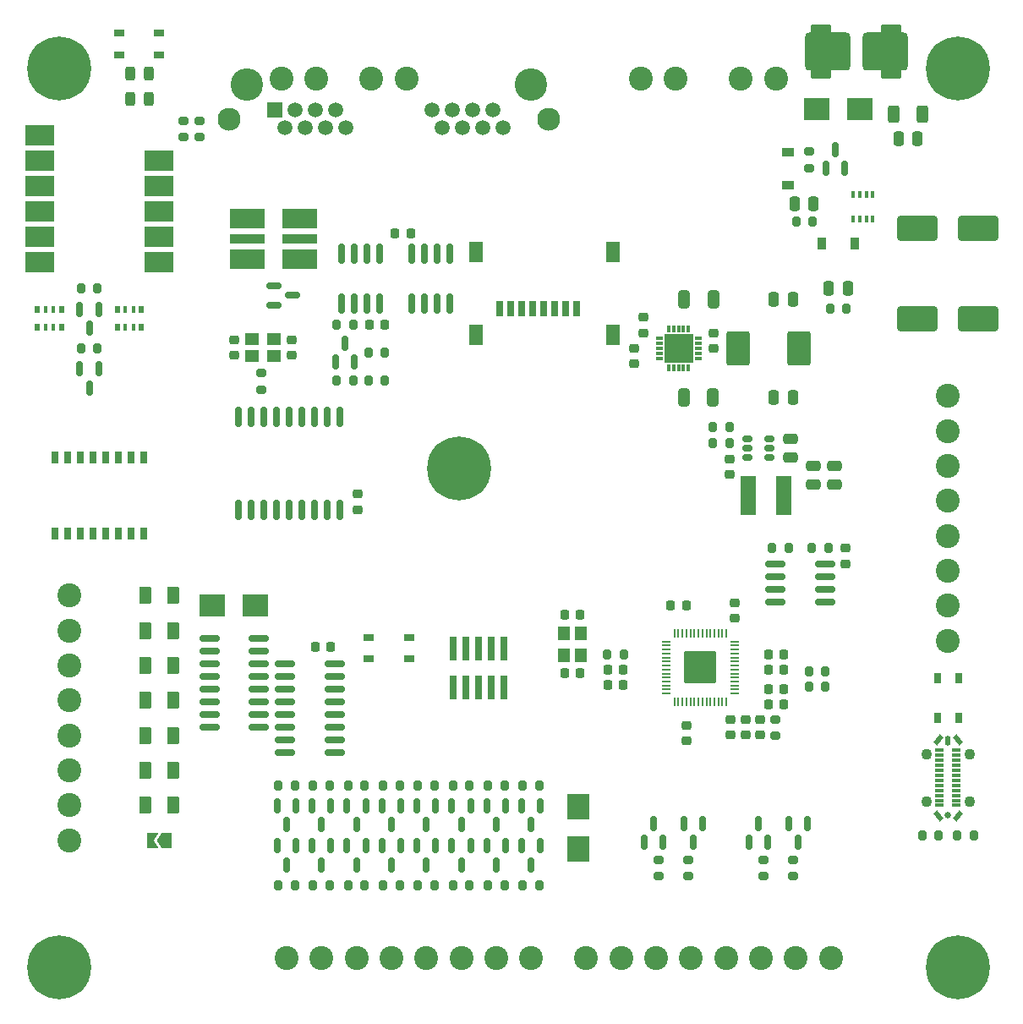
<source format=gbr>
%TF.GenerationSoftware,KiCad,Pcbnew,6.0.4-6f826c9f35~116~ubuntu20.04.1*%
%TF.CreationDate,2022-04-11T11:12:28+02:00*%
%TF.ProjectId,canbrd,63616e62-7264-42e6-9b69-6361645f7063,1.1*%
%TF.SameCoordinates,Original*%
%TF.FileFunction,Soldermask,Top*%
%TF.FilePolarity,Negative*%
%FSLAX46Y46*%
G04 Gerber Fmt 4.6, Leading zero omitted, Abs format (unit mm)*
G04 Created by KiCad (PCBNEW 6.0.4-6f826c9f35~116~ubuntu20.04.1) date 2022-04-11 11:12:28*
%MOMM*%
%LPD*%
G01*
G04 APERTURE LIST*
G04 Aperture macros list*
%AMRoundRect*
0 Rectangle with rounded corners*
0 $1 Rounding radius*
0 $2 $3 $4 $5 $6 $7 $8 $9 X,Y pos of 4 corners*
0 Add a 4 corners polygon primitive as box body*
4,1,4,$2,$3,$4,$5,$6,$7,$8,$9,$2,$3,0*
0 Add four circle primitives for the rounded corners*
1,1,$1+$1,$2,$3*
1,1,$1+$1,$4,$5*
1,1,$1+$1,$6,$7*
1,1,$1+$1,$8,$9*
0 Add four rect primitives between the rounded corners*
20,1,$1+$1,$2,$3,$4,$5,0*
20,1,$1+$1,$4,$5,$6,$7,0*
20,1,$1+$1,$6,$7,$8,$9,0*
20,1,$1+$1,$8,$9,$2,$3,0*%
%AMRotRect*
0 Rectangle, with rotation*
0 The origin of the aperture is its center*
0 $1 length*
0 $2 width*
0 $3 Rotation angle, in degrees counterclockwise*
0 Add horizontal line*
21,1,$1,$2,0,0,$3*%
%AMFreePoly0*
4,1,6,1.000000,0.000000,0.500000,-0.750000,-0.500000,-0.750000,-0.500000,0.750000,0.500000,0.750000,1.000000,0.000000,1.000000,0.000000,$1*%
%AMFreePoly1*
4,1,6,0.500000,-0.750000,-0.650000,-0.750000,-0.150000,0.000000,-0.650000,0.750000,0.500000,0.750000,0.500000,-0.750000,0.500000,-0.750000,$1*%
G04 Aperture macros list end*
%ADD10C,0.010000*%
%ADD11R,0.800000X1.500000*%
%ADD12R,1.450000X2.000000*%
%ADD13RoundRect,0.200000X-0.275000X0.200000X-0.275000X-0.200000X0.275000X-0.200000X0.275000X0.200000X0*%
%ADD14RoundRect,0.150000X-0.150000X0.587500X-0.150000X-0.587500X0.150000X-0.587500X0.150000X0.587500X0*%
%ADD15RoundRect,0.200000X0.200000X0.275000X-0.200000X0.275000X-0.200000X-0.275000X0.200000X-0.275000X0*%
%ADD16RoundRect,0.250000X0.250000X0.475000X-0.250000X0.475000X-0.250000X-0.475000X0.250000X-0.475000X0*%
%ADD17RoundRect,0.225000X-0.225000X-0.250000X0.225000X-0.250000X0.225000X0.250000X-0.225000X0.250000X0*%
%ADD18RoundRect,0.250000X0.375000X0.625000X-0.375000X0.625000X-0.375000X-0.625000X0.375000X-0.625000X0*%
%ADD19RoundRect,0.225000X0.225000X0.250000X-0.225000X0.250000X-0.225000X-0.250000X0.225000X-0.250000X0*%
%ADD20RoundRect,0.225000X-0.250000X0.225000X-0.250000X-0.225000X0.250000X-0.225000X0.250000X0.225000X0*%
%ADD21RoundRect,0.235000X-0.940000X-1.465000X0.940000X-1.465000X0.940000X1.465000X-0.940000X1.465000X0*%
%ADD22R,1.200000X1.400000*%
%ADD23RoundRect,0.150000X0.150000X-0.587500X0.150000X0.587500X-0.150000X0.587500X-0.150000X-0.587500X0*%
%ADD24RoundRect,0.200000X-0.200000X-0.275000X0.200000X-0.275000X0.200000X0.275000X-0.200000X0.275000X0*%
%ADD25C,2.400000*%
%ADD26RoundRect,0.150000X0.150000X-0.825000X0.150000X0.825000X-0.150000X0.825000X-0.150000X-0.825000X0*%
%ADD27R,1.000000X0.700000*%
%ADD28RoundRect,0.150000X-0.825000X-0.150000X0.825000X-0.150000X0.825000X0.150000X-0.825000X0.150000X0*%
%ADD29RoundRect,0.250000X-0.325000X-0.650000X0.325000X-0.650000X0.325000X0.650000X-0.325000X0.650000X0*%
%ADD30RoundRect,0.250000X-0.475000X0.250000X-0.475000X-0.250000X0.475000X-0.250000X0.475000X0.250000X0*%
%ADD31RoundRect,0.225000X0.250000X-0.225000X0.250000X0.225000X-0.250000X0.225000X-0.250000X-0.225000X0*%
%ADD32C,0.800000*%
%ADD33C,6.400000*%
%ADD34R,0.500000X0.800000*%
%ADD35R,0.400000X0.800000*%
%ADD36RoundRect,0.250000X-1.750000X-1.000000X1.750000X-1.000000X1.750000X1.000000X-1.750000X1.000000X0*%
%ADD37R,1.400000X1.200000*%
%ADD38RoundRect,0.250000X-0.250000X-0.475000X0.250000X-0.475000X0.250000X0.475000X-0.250000X0.475000X0*%
%ADD39R,0.740000X2.400000*%
%ADD40RoundRect,0.175000X0.325000X0.175000X-0.325000X0.175000X-0.325000X-0.175000X0.325000X-0.175000X0*%
%ADD41R,1.500000X4.000000*%
%ADD42R,2.300000X2.500000*%
%ADD43RoundRect,0.250000X0.475000X-0.250000X0.475000X0.250000X-0.475000X0.250000X-0.475000X-0.250000X0*%
%ADD44RoundRect,0.250000X-0.312500X-0.625000X0.312500X-0.625000X0.312500X0.625000X-0.312500X0.625000X0*%
%ADD45RoundRect,0.150000X0.825000X0.150000X-0.825000X0.150000X-0.825000X-0.150000X0.825000X-0.150000X0*%
%ADD46FreePoly0,180.000000*%
%ADD47FreePoly1,180.000000*%
%ADD48R,3.000000X2.000000*%
%ADD49R,0.760000X1.270000*%
%ADD50RoundRect,0.150000X-0.587500X-0.150000X0.587500X-0.150000X0.587500X0.150000X-0.587500X0.150000X0*%
%ADD51R,0.900000X1.200000*%
%ADD52R,2.500000X2.300000*%
%ADD53O,0.580000X1.000000*%
%ADD54C,0.660000*%
%ADD55R,0.890000X0.300000*%
%ADD56C,1.100000*%
%ADD57RotRect,1.030000X0.500000X51.000000*%
%ADD58RotRect,1.030000X0.500000X129.000000*%
%ADD59RoundRect,0.200000X0.275000X-0.200000X0.275000X0.200000X-0.275000X0.200000X-0.275000X-0.200000X0*%
%ADD60R,1.200000X0.900000*%
%ADD61RoundRect,0.250001X-0.799999X-2.474999X0.799999X-2.474999X0.799999X2.474999X-0.799999X2.474999X0*%
%ADD62RoundRect,0.381000X-1.869000X-1.524000X1.869000X-1.524000X1.869000X1.524000X-1.869000X1.524000X0*%
%ADD63R,0.400000X0.650000*%
%ADD64C,3.250000*%
%ADD65R,1.500000X1.500000*%
%ADD66C,1.500000*%
%ADD67C,2.300000*%
%ADD68R,0.700000X1.000000*%
%ADD69R,0.300000X0.650000*%
%ADD70R,0.650000X0.300000*%
%ADD71R,2.850000X2.850000*%
%ADD72RoundRect,0.243750X-0.243750X-0.456250X0.243750X-0.456250X0.243750X0.456250X-0.243750X0.456250X0*%
%ADD73RoundRect,0.150000X-0.150000X0.875000X-0.150000X-0.875000X0.150000X-0.875000X0.150000X0.875000X0*%
%ADD74RoundRect,0.050000X-0.050000X0.387500X-0.050000X-0.387500X0.050000X-0.387500X0.050000X0.387500X0*%
%ADD75RoundRect,0.050000X-0.387500X0.050000X-0.387500X-0.050000X0.387500X-0.050000X0.387500X0.050000X0*%
%ADD76RoundRect,0.144000X-1.456000X1.456000X-1.456000X-1.456000X1.456000X-1.456000X1.456000X1.456000X0*%
G04 APERTURE END LIST*
%TO.C,D1*%
G36*
X125500070Y-72400017D02*
G01*
X122100000Y-72400017D01*
X122100000Y-71600000D01*
X125500070Y-71600000D01*
X125500070Y-72400017D01*
G37*
D10*
X125500070Y-72400017D02*
X122100000Y-72400017D01*
X122100000Y-71600000D01*
X125500070Y-71600000D01*
X125500070Y-72400017D01*
G36*
X125501170Y-70899240D02*
G01*
X122100000Y-70899240D01*
X122100000Y-69050000D01*
X125501170Y-69050000D01*
X125501170Y-70899240D01*
G37*
X125501170Y-70899240D02*
X122100000Y-70899240D01*
X122100000Y-69050000D01*
X125501170Y-69050000D01*
X125501170Y-70899240D01*
G36*
X125501410Y-74952440D02*
G01*
X122100000Y-74952440D01*
X122100000Y-73100000D01*
X125501410Y-73100000D01*
X125501410Y-74952440D01*
G37*
X125501410Y-74952440D02*
X122100000Y-74952440D01*
X122100000Y-73100000D01*
X125501410Y-73100000D01*
X125501410Y-74952440D01*
%TO.C,D2*%
G36*
X130701410Y-74952440D02*
G01*
X127300000Y-74952440D01*
X127300000Y-73100000D01*
X130701410Y-73100000D01*
X130701410Y-74952440D01*
G37*
X130701410Y-74952440D02*
X127300000Y-74952440D01*
X127300000Y-73100000D01*
X130701410Y-73100000D01*
X130701410Y-74952440D01*
G36*
X130701170Y-70899240D02*
G01*
X127300000Y-70899240D01*
X127300000Y-69050000D01*
X130701170Y-69050000D01*
X130701170Y-70899240D01*
G37*
X130701170Y-70899240D02*
X127300000Y-70899240D01*
X127300000Y-69050000D01*
X130701170Y-69050000D01*
X130701170Y-70899240D01*
G36*
X130700070Y-72400017D02*
G01*
X127300000Y-72400017D01*
X127300000Y-71600000D01*
X130700070Y-71600000D01*
X130700070Y-72400017D01*
G37*
X130700070Y-72400017D02*
X127300000Y-72400017D01*
X127300000Y-71600000D01*
X130700070Y-71600000D01*
X130700070Y-72400017D01*
%TD*%
D11*
%TO.C,J2*%
X156800000Y-79000000D03*
X155700000Y-79000000D03*
X154600000Y-79000000D03*
X153500000Y-79000000D03*
X152400000Y-79000000D03*
X151300000Y-79000000D03*
X150200000Y-79000000D03*
X149100000Y-79000000D03*
D12*
X160475000Y-81600000D03*
X146725000Y-81600000D03*
X146725000Y-73300000D03*
X160475000Y-73300000D03*
%TD*%
D13*
%TO.C,R35*%
X178500000Y-134175000D03*
X178500000Y-135825000D03*
%TD*%
D14*
%TO.C,D13*%
X149700000Y-132812500D03*
X147800000Y-132812500D03*
X148750000Y-134687500D03*
%TD*%
D15*
%TO.C,R28*%
X149575000Y-126750000D03*
X147925000Y-126750000D03*
%TD*%
D16*
%TO.C,C31*%
X178458035Y-78100000D03*
X176558035Y-78100000D03*
%TD*%
D17*
%TO.C,C2*%
X176025000Y-113650000D03*
X177575000Y-113650000D03*
%TD*%
D18*
%TO.C,F7*%
X116400000Y-128750000D03*
X113600000Y-128750000D03*
%TD*%
D14*
%TO.C,Q9*%
X149700000Y-128812500D03*
X147800000Y-128812500D03*
X148750000Y-130687500D03*
%TD*%
D19*
%TO.C,C8*%
X161475000Y-115150000D03*
X159925000Y-115150000D03*
%TD*%
%TO.C,C9*%
X167775000Y-108700000D03*
X166225000Y-108700000D03*
%TD*%
D15*
%TO.C,R4*%
X178025000Y-102950000D03*
X176375000Y-102950000D03*
%TD*%
D20*
%TO.C,C6*%
X172200000Y-120175000D03*
X172200000Y-121725000D03*
%TD*%
D17*
%TO.C,C15*%
X155625000Y-115500000D03*
X157175000Y-115500000D03*
%TD*%
D19*
%TO.C,C3*%
X161475000Y-116650000D03*
X159925000Y-116650000D03*
%TD*%
D15*
%TO.C,R42*%
X196575000Y-131750000D03*
X194925000Y-131750000D03*
%TD*%
D21*
%TO.C,L1*%
X172983035Y-83000000D03*
X179033035Y-83000000D03*
%TD*%
D22*
%TO.C,Y1*%
X157250000Y-113700000D03*
X157250000Y-111500000D03*
X155550000Y-111500000D03*
X155550000Y-113700000D03*
%TD*%
D23*
%TO.C,D14*%
X174050000Y-132437500D03*
X175950000Y-132437500D03*
X175000000Y-130562500D03*
%TD*%
D24*
%TO.C,R19*%
X140925000Y-136750000D03*
X142575000Y-136750000D03*
%TD*%
%TO.C,R22*%
X130425000Y-136750000D03*
X132075000Y-136750000D03*
%TD*%
%TO.C,R14*%
X107175000Y-83000000D03*
X108825000Y-83000000D03*
%TD*%
%TO.C,R27*%
X133925000Y-136750000D03*
X135575000Y-136750000D03*
%TD*%
D25*
%TO.C,J11*%
X127750000Y-144000000D03*
X131250000Y-144000000D03*
X134750000Y-144000000D03*
X138250000Y-144000000D03*
X141750000Y-144000000D03*
X145250000Y-144000000D03*
X148750000Y-144000000D03*
X152250000Y-144000000D03*
%TD*%
D20*
%TO.C,C29*%
X170508035Y-81450000D03*
X170508035Y-83000000D03*
%TD*%
D26*
%TO.C,U3*%
X133295000Y-78475000D03*
X134565000Y-78475000D03*
X135835000Y-78475000D03*
X137105000Y-78475000D03*
X137105000Y-73525000D03*
X135835000Y-73525000D03*
X134565000Y-73525000D03*
X133295000Y-73525000D03*
%TD*%
D24*
%TO.C,R3*%
X180075000Y-116900000D03*
X181725000Y-116900000D03*
%TD*%
D27*
%TO.C,SW2*%
X140000000Y-111925000D03*
X136000000Y-111925000D03*
X136000000Y-114075000D03*
X140000000Y-114075000D03*
%TD*%
D14*
%TO.C,D15*%
X139200000Y-132812500D03*
X137300000Y-132812500D03*
X138250000Y-134687500D03*
%TD*%
%TO.C,Q11*%
X153200000Y-128812500D03*
X151300000Y-128812500D03*
X152250000Y-130687500D03*
%TD*%
D24*
%TO.C,R2*%
X180075000Y-115300000D03*
X181725000Y-115300000D03*
%TD*%
D28*
%TO.C,U7*%
X127625000Y-114555000D03*
X127625000Y-115825000D03*
X127625000Y-117095000D03*
X127625000Y-118365000D03*
X127625000Y-119635000D03*
X127625000Y-120905000D03*
X127625000Y-122175000D03*
X127625000Y-123445000D03*
X132575000Y-123445000D03*
X132575000Y-122175000D03*
X132575000Y-120905000D03*
X132575000Y-119635000D03*
X132575000Y-118365000D03*
X132575000Y-117095000D03*
X132575000Y-115825000D03*
X132575000Y-114555000D03*
%TD*%
D29*
%TO.C,C27*%
X167533035Y-78100000D03*
X170483035Y-78100000D03*
%TD*%
D30*
%TO.C,C35*%
X178200000Y-92050001D03*
X178200000Y-93950001D03*
%TD*%
D25*
%TO.C,J8*%
X194000000Y-112250000D03*
X194000000Y-108750000D03*
X194000000Y-105250000D03*
X194000000Y-101750000D03*
X194000000Y-98250000D03*
X194000000Y-94750000D03*
X194000000Y-91250000D03*
X194000000Y-87750000D03*
%TD*%
D24*
%TO.C,R6*%
X159875000Y-113650000D03*
X161525000Y-113650000D03*
%TD*%
D31*
%TO.C,C10*%
X172600000Y-110025000D03*
X172600000Y-108475000D03*
%TD*%
D18*
%TO.C,F2*%
X116400000Y-111250000D03*
X113600000Y-111250000D03*
%TD*%
D32*
%TO.C,H1*%
X106697056Y-56697056D03*
X107400000Y-55000000D03*
X103302944Y-53302944D03*
X102600000Y-55000000D03*
X103302944Y-56697056D03*
D33*
X105000000Y-55000000D03*
D32*
X105000000Y-57400000D03*
X105000000Y-52600000D03*
X106697056Y-53302944D03*
%TD*%
D14*
%TO.C,D16*%
X153200000Y-132812500D03*
X151300000Y-132812500D03*
X152250000Y-134687500D03*
%TD*%
D13*
%TO.C,R20*%
X165000000Y-134175000D03*
X165000000Y-135825000D03*
%TD*%
D15*
%TO.C,R37*%
X183825000Y-79000000D03*
X182175000Y-79000000D03*
%TD*%
D34*
%TO.C,RN2*%
X110800000Y-80900000D03*
D35*
X111600000Y-80900000D03*
X112400000Y-80900000D03*
D34*
X113200000Y-80900000D03*
X113200000Y-79100000D03*
D35*
X112400000Y-79100000D03*
X111600000Y-79100000D03*
D34*
X110800000Y-79100000D03*
%TD*%
D15*
%TO.C,R33*%
X153075000Y-126750000D03*
X151425000Y-126750000D03*
%TD*%
D19*
%TO.C,C14*%
X157175000Y-109700000D03*
X155625000Y-109700000D03*
%TD*%
D25*
%TO.C,J7*%
X139750000Y-56000000D03*
X136250000Y-56000000D03*
%TD*%
D14*
%TO.C,Q4*%
X128700000Y-128812500D03*
X126800000Y-128812500D03*
X127750000Y-130687500D03*
%TD*%
D24*
%TO.C,R7*%
X132775000Y-86200000D03*
X134425000Y-86200000D03*
%TD*%
D15*
%TO.C,R40*%
X172125000Y-90900000D03*
X170475000Y-90900000D03*
%TD*%
%TO.C,R23*%
X146075000Y-126750000D03*
X144425000Y-126750000D03*
%TD*%
D25*
%TO.C,J3*%
X166750000Y-56000000D03*
X163250000Y-56000000D03*
%TD*%
D36*
%TO.C,C23*%
X190950000Y-71000000D03*
X197050000Y-71000000D03*
%TD*%
D14*
%TO.C,Q5*%
X142700000Y-128812500D03*
X140800000Y-128812500D03*
X141750000Y-130687500D03*
%TD*%
D24*
%TO.C,R41*%
X191425000Y-131750000D03*
X193075000Y-131750000D03*
%TD*%
%TO.C,R39*%
X170475000Y-92500000D03*
X172125000Y-92500000D03*
%TD*%
D25*
%TO.C,J6*%
X130750000Y-56000000D03*
X127250000Y-56000000D03*
%TD*%
D36*
%TO.C,C24*%
X190950000Y-80000000D03*
X197050000Y-80000000D03*
%TD*%
D15*
%TO.C,R16*%
X128575000Y-126750000D03*
X126925000Y-126750000D03*
%TD*%
D24*
%TO.C,R17*%
X126925000Y-136750000D03*
X128575000Y-136750000D03*
%TD*%
D34*
%TO.C,RN1*%
X102800000Y-80900000D03*
D35*
X103600000Y-80900000D03*
X104400000Y-80900000D03*
D34*
X105200000Y-80900000D03*
X105200000Y-79100000D03*
D35*
X104400000Y-79100000D03*
X103600000Y-79100000D03*
D34*
X102800000Y-79100000D03*
%TD*%
D24*
%TO.C,R10*%
X135975000Y-86200000D03*
X137625000Y-86200000D03*
%TD*%
D18*
%TO.C,F5*%
X116400000Y-121750000D03*
X113600000Y-121750000D03*
%TD*%
D37*
%TO.C,Y2*%
X124300000Y-83750000D03*
X126500000Y-83750000D03*
X126500000Y-82050000D03*
X124300000Y-82050000D03*
%TD*%
D16*
%TO.C,C26*%
X180550000Y-68500000D03*
X178650000Y-68500000D03*
%TD*%
D26*
%TO.C,U5*%
X140295000Y-78475000D03*
X141565000Y-78475000D03*
X142835000Y-78475000D03*
X144105000Y-78475000D03*
X144105000Y-73525000D03*
X142835000Y-73525000D03*
X141565000Y-73525000D03*
X140295000Y-73525000D03*
%TD*%
D20*
%TO.C,C32*%
X162600000Y-83000000D03*
X162600000Y-84550000D03*
%TD*%
%TO.C,C17*%
X122500000Y-82125000D03*
X122500000Y-83675000D03*
%TD*%
D14*
%TO.C,D17*%
X179950000Y-130562500D03*
X178050000Y-130562500D03*
X179000000Y-132437500D03*
%TD*%
D25*
%TO.C,J4*%
X176750000Y-56000000D03*
X173250000Y-56000000D03*
%TD*%
D31*
%TO.C,C16*%
X128300000Y-83675000D03*
X128300000Y-82125000D03*
%TD*%
D13*
%TO.C,R25*%
X168000000Y-134175000D03*
X168000000Y-135825000D03*
%TD*%
D20*
%TO.C,C34*%
X172100000Y-94075000D03*
X172100000Y-95625000D03*
%TD*%
D24*
%TO.C,R5*%
X180375000Y-102950000D03*
X182025000Y-102950000D03*
%TD*%
D38*
%TO.C,C22*%
X189050000Y-62000000D03*
X190950000Y-62000000D03*
%TD*%
D14*
%TO.C,Q2*%
X108950000Y-79062500D03*
X107050000Y-79062500D03*
X108000000Y-80937500D03*
%TD*%
D39*
%TO.C,J1*%
X149540000Y-113050000D03*
X149540000Y-116950000D03*
X148270000Y-113050000D03*
X148270000Y-116950000D03*
X147000000Y-113050000D03*
X147000000Y-116950000D03*
X145730000Y-113050000D03*
X145730000Y-116950000D03*
X144460000Y-113050000D03*
X144460000Y-116950000D03*
%TD*%
D14*
%TO.C,D9*%
X132200000Y-132812500D03*
X130300000Y-132812500D03*
X131250000Y-134687500D03*
%TD*%
D16*
%TO.C,C30*%
X178458035Y-87900000D03*
X176558035Y-87900000D03*
%TD*%
D19*
%TO.C,C21*%
X132175000Y-112900000D03*
X130625000Y-112900000D03*
%TD*%
D29*
%TO.C,C28*%
X167525000Y-87900000D03*
X170475000Y-87900000D03*
%TD*%
D32*
%TO.C,H2*%
X193302944Y-56697056D03*
D33*
X195000000Y-55000000D03*
D32*
X195000000Y-57400000D03*
X196697056Y-53302944D03*
X197400000Y-55000000D03*
X195000000Y-52600000D03*
X192600000Y-55000000D03*
X196697056Y-56697056D03*
X193302944Y-53302944D03*
%TD*%
D40*
%TO.C,U10*%
X176100000Y-93950000D03*
X176100000Y-93000000D03*
X176100000Y-92050000D03*
X173900000Y-92050000D03*
X173900000Y-93000000D03*
X173900000Y-93950000D03*
%TD*%
D41*
%TO.C,L2*%
X173950000Y-97700000D03*
X177550000Y-97700000D03*
%TD*%
D42*
%TO.C,D18*%
X157000000Y-128850000D03*
X157000000Y-133150000D03*
%TD*%
D43*
%TO.C,C36*%
X180500000Y-96650000D03*
X180500000Y-94750000D03*
%TD*%
D14*
%TO.C,D6*%
X128700000Y-132812500D03*
X126800000Y-132812500D03*
X127750000Y-134687500D03*
%TD*%
D13*
%TO.C,R11*%
X125200000Y-85475000D03*
X125200000Y-87125000D03*
%TD*%
D25*
%TO.C,J9*%
X106000000Y-107750000D03*
X106000000Y-111250000D03*
X106000000Y-114750000D03*
X106000000Y-118250000D03*
X106000000Y-121750000D03*
X106000000Y-125250000D03*
X106000000Y-128750000D03*
X106000000Y-132250000D03*
%TD*%
D32*
%TO.C,H3*%
X142600000Y-95000000D03*
X147400000Y-95000000D03*
X145000000Y-97400000D03*
X143302944Y-93302944D03*
X143302944Y-96697056D03*
D33*
X145000000Y-95000000D03*
D32*
X146697056Y-93302944D03*
X146697056Y-96697056D03*
X145000000Y-92600000D03*
%TD*%
D20*
%TO.C,C12*%
X173700000Y-120175000D03*
X173700000Y-121725000D03*
%TD*%
D15*
%TO.C,R8*%
X134425000Y-80600000D03*
X132775000Y-80600000D03*
%TD*%
D31*
%TO.C,C13*%
X183700000Y-104550000D03*
X183700000Y-103000000D03*
%TD*%
D44*
%TO.C,RV1*%
X188537500Y-59500000D03*
X191462500Y-59500000D03*
%TD*%
D45*
%TO.C,U8*%
X124975000Y-120945000D03*
X124975000Y-119675000D03*
X124975000Y-118405000D03*
X124975000Y-117135000D03*
X124975000Y-115865000D03*
X124975000Y-114595000D03*
X124975000Y-113325000D03*
X124975000Y-112055000D03*
X120025000Y-112055000D03*
X120025000Y-113325000D03*
X120025000Y-114595000D03*
X120025000Y-115865000D03*
X120025000Y-117135000D03*
X120025000Y-118405000D03*
X120025000Y-119675000D03*
X120025000Y-120945000D03*
%TD*%
D31*
%TO.C,C18*%
X134850000Y-99125000D03*
X134850000Y-97575000D03*
%TD*%
D46*
%TO.C,JP9*%
X115725000Y-132250000D03*
D47*
X114275000Y-132250000D03*
%TD*%
D48*
%TO.C,U6*%
X103000000Y-61650000D03*
X103000000Y-64190000D03*
X103000000Y-66730000D03*
X103000000Y-69270000D03*
X103000000Y-71810000D03*
X103000000Y-74350000D03*
X115000000Y-74350000D03*
X115000000Y-71810000D03*
X115000000Y-69270000D03*
X115000000Y-66730000D03*
X115000000Y-64190000D03*
%TD*%
D19*
%TO.C,C20*%
X140175000Y-71500000D03*
X138625000Y-71500000D03*
%TD*%
D18*
%TO.C,F3*%
X116400000Y-114750000D03*
X113600000Y-114750000D03*
%TD*%
D20*
%TO.C,C7*%
X167800000Y-120718224D03*
X167800000Y-122268224D03*
%TD*%
D15*
%TO.C,R26*%
X135575000Y-126750000D03*
X133925000Y-126750000D03*
%TD*%
D49*
%TO.C,SW3*%
X104555000Y-101510000D03*
X105825000Y-101510000D03*
X107095000Y-101510000D03*
X108365000Y-101510000D03*
X109635000Y-101510000D03*
X110905000Y-101510000D03*
X112175000Y-101510000D03*
X113445000Y-101510000D03*
X113445000Y-93890000D03*
X112175000Y-93890000D03*
X110905000Y-93890000D03*
X109635000Y-93890000D03*
X108365000Y-93890000D03*
X107095000Y-93890000D03*
X105825000Y-93890000D03*
X104555000Y-93890000D03*
%TD*%
D23*
%TO.C,Q13*%
X181750000Y-64937500D03*
X183650000Y-64937500D03*
X182700000Y-63062500D03*
%TD*%
D14*
%TO.C,D12*%
X135700000Y-132812500D03*
X133800000Y-132812500D03*
X134750000Y-134687500D03*
%TD*%
D24*
%TO.C,R9*%
X135975000Y-83400000D03*
X137625000Y-83400000D03*
%TD*%
D50*
%TO.C,D3*%
X126462500Y-76750000D03*
X126462500Y-78650000D03*
X128337500Y-77700000D03*
%TD*%
D17*
%TO.C,C19*%
X136025000Y-80600000D03*
X137575000Y-80600000D03*
%TD*%
D51*
%TO.C,D20*%
X184650000Y-72500000D03*
X181350000Y-72500000D03*
%TD*%
D52*
%TO.C,D21*%
X180850000Y-59000000D03*
X185150000Y-59000000D03*
%TD*%
D14*
%TO.C,D10*%
X146200000Y-132812500D03*
X144300000Y-132812500D03*
X145250000Y-134687500D03*
%TD*%
D17*
%TO.C,C4*%
X176025000Y-118650000D03*
X177575000Y-118650000D03*
%TD*%
D53*
%TO.C,J10*%
X194000000Y-122250000D03*
D54*
X194000000Y-129750000D03*
D55*
X193150000Y-128750000D03*
X193150000Y-128250000D03*
X193150000Y-127750000D03*
X193150000Y-127250000D03*
X193150000Y-126750000D03*
X193150000Y-126250000D03*
X193150000Y-125750000D03*
X193150000Y-125250000D03*
X193150000Y-124750000D03*
X193150000Y-124250000D03*
X193150000Y-123750000D03*
X193150000Y-123250000D03*
X194850000Y-123250000D03*
X194850000Y-123750000D03*
X194850000Y-124250000D03*
X194850000Y-124750000D03*
X194850000Y-125250000D03*
X194850000Y-125750000D03*
X194850000Y-126250000D03*
X194850000Y-126750000D03*
X194850000Y-127250000D03*
X194850000Y-127750000D03*
X194850000Y-128250000D03*
X194850000Y-128750000D03*
D56*
X196150000Y-128400000D03*
X191850000Y-123600000D03*
D57*
X193000000Y-122200000D03*
D58*
X195000000Y-122200000D03*
D57*
X195000000Y-129800000D03*
D56*
X191850000Y-128400000D03*
X196150000Y-123600000D03*
D58*
X193000000Y-129800000D03*
%TD*%
D17*
%TO.C,C1*%
X176025000Y-117150000D03*
X177575000Y-117150000D03*
%TD*%
D13*
%TO.C,R30*%
X175500000Y-134175000D03*
X175500000Y-135825000D03*
%TD*%
D18*
%TO.C,F6*%
X116400000Y-125250000D03*
X113600000Y-125250000D03*
%TD*%
%TO.C,F4*%
X116400000Y-118250000D03*
X113600000Y-118250000D03*
%TD*%
D14*
%TO.C,Q6*%
X132200000Y-128812500D03*
X130300000Y-128812500D03*
X131250000Y-130687500D03*
%TD*%
%TO.C,Q3*%
X108950000Y-85062500D03*
X107050000Y-85062500D03*
X108000000Y-86937500D03*
%TD*%
D15*
%TO.C,R18*%
X142575000Y-126750000D03*
X140925000Y-126750000D03*
%TD*%
%TO.C,R38*%
X180425000Y-70300000D03*
X178775000Y-70300000D03*
%TD*%
D13*
%TO.C,R36*%
X180100000Y-63275000D03*
X180100000Y-64925000D03*
%TD*%
D43*
%TO.C,C37*%
X182600000Y-96650000D03*
X182600000Y-94750000D03*
%TD*%
D28*
%TO.C,U1*%
X176725000Y-104545000D03*
X176725000Y-105815000D03*
X176725000Y-107085000D03*
X176725000Y-108355000D03*
X181675000Y-108355000D03*
X181675000Y-107085000D03*
X181675000Y-105815000D03*
X181675000Y-104545000D03*
%TD*%
D24*
%TO.C,R32*%
X137425000Y-136750000D03*
X139075000Y-136750000D03*
%TD*%
%TO.C,R13*%
X107175000Y-77000000D03*
X108825000Y-77000000D03*
%TD*%
D59*
%TO.C,R15*%
X119000000Y-61825000D03*
X119000000Y-60175000D03*
%TD*%
D60*
%TO.C,D22*%
X178000000Y-63350000D03*
X178000000Y-66650000D03*
%TD*%
D61*
%TO.C,F8*%
X181300000Y-53300000D03*
D62*
X181915000Y-53300000D03*
D61*
X188300000Y-53300000D03*
D62*
X187685000Y-53300000D03*
%TD*%
D14*
%TO.C,Q7*%
X146200000Y-128812500D03*
X144300000Y-128812500D03*
X145250000Y-130687500D03*
%TD*%
D23*
%TO.C,D8*%
X163550000Y-132437500D03*
X165450000Y-132437500D03*
X164500000Y-130562500D03*
%TD*%
D24*
%TO.C,R29*%
X147925000Y-136750000D03*
X149575000Y-136750000D03*
%TD*%
D15*
%TO.C,R31*%
X139075000Y-126750000D03*
X137425000Y-126750000D03*
%TD*%
D27*
%TO.C,SW4*%
X111000000Y-53575000D03*
X115000000Y-53575000D03*
X111000000Y-51425000D03*
X115000000Y-51425000D03*
%TD*%
D63*
%TO.C,Q12*%
X184525000Y-70000000D03*
X185175000Y-70000000D03*
X185825000Y-70000000D03*
X186475000Y-70000000D03*
X184525000Y-67600000D03*
X185175000Y-67600000D03*
X185825000Y-67600000D03*
X186475000Y-67600000D03*
%TD*%
D64*
%TO.C,J5*%
X123780000Y-56585000D03*
X152230000Y-56585000D03*
D65*
X126570000Y-59125000D03*
D66*
X127586000Y-60905000D03*
X128602000Y-59125000D03*
X129618000Y-60905000D03*
X130634000Y-59125000D03*
X131650000Y-60905000D03*
X132666000Y-59125000D03*
X133682000Y-60905000D03*
X142320000Y-59125000D03*
X143336000Y-60905000D03*
X144352000Y-59125000D03*
X145368000Y-60905000D03*
X146384000Y-59125000D03*
X147400000Y-60905000D03*
X148416000Y-59125000D03*
X149432000Y-60905000D03*
D67*
X154000000Y-60015000D03*
X122000000Y-60015000D03*
%TD*%
D52*
%TO.C,D19*%
X120350000Y-108750000D03*
X124650000Y-108750000D03*
%TD*%
D20*
%TO.C,C11*%
X175200000Y-120175000D03*
X175200000Y-121725000D03*
%TD*%
D14*
%TO.C,Q10*%
X139200000Y-128812500D03*
X137300000Y-128812500D03*
X138250000Y-130687500D03*
%TD*%
D17*
%TO.C,C5*%
X176025000Y-115150000D03*
X177575000Y-115150000D03*
%TD*%
D18*
%TO.C,F1*%
X116400000Y-107750000D03*
X113600000Y-107750000D03*
%TD*%
D16*
%TO.C,C25*%
X183950000Y-77000000D03*
X182050000Y-77000000D03*
%TD*%
D24*
%TO.C,R34*%
X151425000Y-136750000D03*
X153075000Y-136750000D03*
%TD*%
%TO.C,R24*%
X144425000Y-136750000D03*
X146075000Y-136750000D03*
%TD*%
D68*
%TO.C,SW1*%
X192925000Y-116000000D03*
X192925000Y-120000000D03*
X195075000Y-116000000D03*
X195075000Y-120000000D03*
%TD*%
D59*
%TO.C,R12*%
X117400000Y-61825000D03*
X117400000Y-60175000D03*
%TD*%
D31*
%TO.C,C33*%
X163508035Y-81450000D03*
X163508035Y-79900000D03*
%TD*%
D69*
%TO.C,U9*%
X168009307Y-81050000D03*
X167509307Y-81050000D03*
X167009307Y-81050000D03*
X166509307Y-81050000D03*
X166009307Y-81050000D03*
D70*
X165059307Y-82000000D03*
X165059307Y-82500000D03*
X165059307Y-83000000D03*
X165059307Y-83500000D03*
X165059307Y-84000000D03*
D69*
X166009307Y-84950000D03*
X166509307Y-84950000D03*
X167009307Y-84950000D03*
X167509307Y-84950000D03*
X168009307Y-84950000D03*
D70*
X168959307Y-84000000D03*
X168959307Y-83500000D03*
X168959307Y-83000000D03*
X168959307Y-82500000D03*
X168959307Y-82000000D03*
D71*
X167009307Y-83000000D03*
%TD*%
D14*
%TO.C,Q8*%
X135700000Y-128812500D03*
X133800000Y-128812500D03*
X134750000Y-130687500D03*
%TD*%
%TO.C,D11*%
X169450000Y-130562500D03*
X167550000Y-130562500D03*
X168500000Y-132437500D03*
%TD*%
%TO.C,D7*%
X142700000Y-132812500D03*
X140800000Y-132812500D03*
X141750000Y-134687500D03*
%TD*%
D13*
%TO.C,R1*%
X176700000Y-120125000D03*
X176700000Y-121775000D03*
%TD*%
D72*
%TO.C,D5*%
X112062500Y-55500000D03*
X113937500Y-55500000D03*
%TD*%
D73*
%TO.C,U4*%
X133080000Y-89850000D03*
X131810000Y-89850000D03*
X130540000Y-89850000D03*
X129270000Y-89850000D03*
X128000000Y-89850000D03*
X126730000Y-89850000D03*
X125460000Y-89850000D03*
X124190000Y-89850000D03*
X122920000Y-89850000D03*
X122920000Y-99150000D03*
X124190000Y-99150000D03*
X125460000Y-99150000D03*
X126730000Y-99150000D03*
X128000000Y-99150000D03*
X129270000Y-99150000D03*
X130540000Y-99150000D03*
X131810000Y-99150000D03*
X133080000Y-99150000D03*
%TD*%
D25*
%TO.C,J12*%
X157750000Y-144000000D03*
X161250000Y-144000000D03*
X164750000Y-144000000D03*
X168250000Y-144000000D03*
X171750000Y-144000000D03*
X175250000Y-144000000D03*
X178750000Y-144000000D03*
X182250000Y-144000000D03*
%TD*%
D32*
%TO.C,H4*%
X106697056Y-146697056D03*
X103302944Y-143302944D03*
X107400000Y-145000000D03*
X106697056Y-143302944D03*
X103302944Y-146697056D03*
X102600000Y-145000000D03*
D33*
X105000000Y-145000000D03*
D32*
X105000000Y-142600000D03*
X105000000Y-147400000D03*
%TD*%
D72*
%TO.C,D4*%
X112062500Y-58000000D03*
X113937500Y-58000000D03*
%TD*%
D15*
%TO.C,R21*%
X132075000Y-126750000D03*
X130425000Y-126750000D03*
%TD*%
D23*
%TO.C,Q1*%
X132650000Y-84337500D03*
X134550000Y-84337500D03*
X133600000Y-82462500D03*
%TD*%
D74*
%TO.C,U2*%
X171800000Y-111512500D03*
X171400000Y-111512500D03*
X171000000Y-111512500D03*
X170600000Y-111512500D03*
X170200000Y-111512500D03*
X169800000Y-111512500D03*
X169400000Y-111512500D03*
X169000000Y-111512500D03*
X168600000Y-111512500D03*
X168200000Y-111512500D03*
X167800000Y-111512500D03*
X167400000Y-111512500D03*
X167000000Y-111512500D03*
X166600000Y-111512500D03*
D75*
X165762500Y-112350000D03*
X165762500Y-112750000D03*
X165762500Y-113150000D03*
X165762500Y-113550000D03*
X165762500Y-113950000D03*
X165762500Y-114350000D03*
X165762500Y-114750000D03*
X165762500Y-115150000D03*
X165762500Y-115550000D03*
X165762500Y-115950000D03*
X165762500Y-116350000D03*
X165762500Y-116750000D03*
X165762500Y-117150000D03*
X165762500Y-117550000D03*
D74*
X166600000Y-118387500D03*
X167000000Y-118387500D03*
X167400000Y-118387500D03*
X167800000Y-118387500D03*
X168200000Y-118387500D03*
X168600000Y-118387500D03*
X169000000Y-118387500D03*
X169400000Y-118387500D03*
X169800000Y-118387500D03*
X170200000Y-118387500D03*
X170600000Y-118387500D03*
X171000000Y-118387500D03*
X171400000Y-118387500D03*
X171800000Y-118387500D03*
D75*
X172637500Y-117550000D03*
X172637500Y-117150000D03*
X172637500Y-116750000D03*
X172637500Y-116350000D03*
X172637500Y-115950000D03*
X172637500Y-115550000D03*
X172637500Y-115150000D03*
X172637500Y-114750000D03*
X172637500Y-114350000D03*
X172637500Y-113950000D03*
X172637500Y-113550000D03*
X172637500Y-113150000D03*
X172637500Y-112750000D03*
X172637500Y-112350000D03*
D76*
X169200000Y-114950000D03*
%TD*%
D32*
%TO.C,H5*%
X192600000Y-145000000D03*
X197400000Y-145000000D03*
X195000000Y-142600000D03*
X195000000Y-147400000D03*
X196697056Y-143302944D03*
X193302944Y-143302944D03*
D33*
X195000000Y-145000000D03*
D32*
X193302944Y-146697056D03*
X196697056Y-146697056D03*
%TD*%
M02*

</source>
